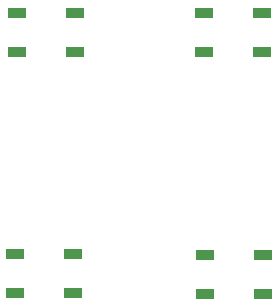
<source format=gbr>
%TF.GenerationSoftware,KiCad,Pcbnew,8.0.5*%
%TF.CreationDate,2025-01-30T00:55:54+01:00*%
%TF.ProjectId,rp2040_pad,72703230-3430-45f7-9061-642e6b696361,rev?*%
%TF.SameCoordinates,Original*%
%TF.FileFunction,Paste,Bot*%
%TF.FilePolarity,Positive*%
%FSLAX46Y46*%
G04 Gerber Fmt 4.6, Leading zero omitted, Abs format (unit mm)*
G04 Created by KiCad (PCBNEW 8.0.5) date 2025-01-30 00:55:54*
%MOMM*%
%LPD*%
G01*
G04 APERTURE LIST*
%ADD10R,1.500000X0.900000*%
G04 APERTURE END LIST*
D10*
%TO.C,D11*%
X135450000Y-125750000D03*
X135450000Y-129050000D03*
X130550000Y-129050000D03*
X130550000Y-125750000D03*
%TD*%
%TO.C,D9*%
X119500000Y-105200000D03*
X119500000Y-108500000D03*
X114600000Y-108500000D03*
X114600000Y-105200000D03*
%TD*%
%TO.C,D10*%
X135400000Y-105200000D03*
X135400000Y-108500000D03*
X130500000Y-108500000D03*
X130500000Y-105200000D03*
%TD*%
%TO.C,D12*%
X119400000Y-125600000D03*
X119400000Y-128900000D03*
X114500000Y-128900000D03*
X114500000Y-125600000D03*
%TD*%
M02*

</source>
